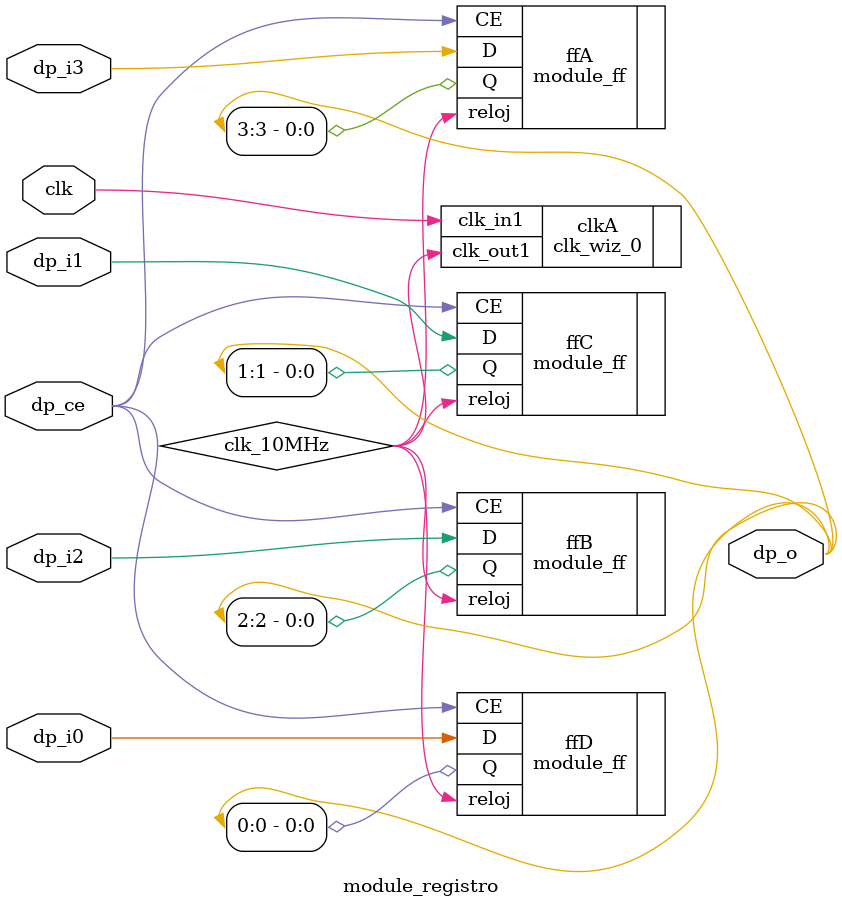
<source format=sv>
`timescale 1ns / 1ps

module module_registro(


input logic  dp_i3,
input logic  dp_i2,
input logic  dp_i1,
input logic  dp_i0,
input logic dp_ce,
//input logic clk_wiz_0 reloj,
input logic clk,
output logic [3:0] dp_o
//output logic  dp_o3,
//output logic  dp_o2,
//output logic  dp_o1,
//output logic  dp_o0

);

logic clk_10MHz;


clk_wiz_0 clkA(
    // Clock out ports
    .clk_out1(clk_10MHz),     // output clk_10MHz
    // Status and control signals
    
    
   // Clock in ports
    .clk_in1(clk));      // input clk_in1
    
module_ff ffA(.D(dp_i3),.CE(dp_ce),.Q(dp_o[3]),.reloj(clk_10MHz));
module_ff ffB(.D(dp_i2),.CE(dp_ce),.Q(dp_o[2]),.reloj(clk_10MHz));
module_ff ffC(.D(dp_i1),.CE(dp_ce),.Q(dp_o[1]),.reloj(clk_10MHz));
module_ff ffD(.D(dp_i0),.CE(dp_ce),.Q(dp_o[0]),.reloj(clk_10MHz));

endmodule
</source>
